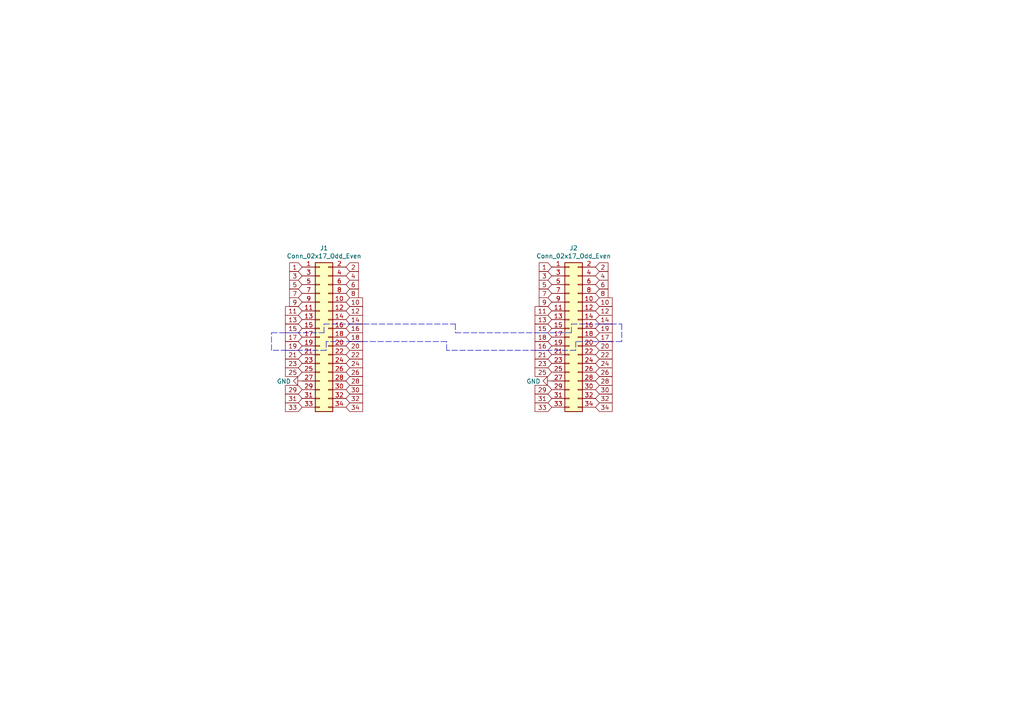
<source format=kicad_sch>
(kicad_sch (version 20211123) (generator eeschema)
  (paper "A4")
  (lib_symbols
    (symbol "Connector_Generic:Conn_02x17_Odd_Even" (pin_names (offset 1.016) hide)
      (property "Reference" "J" (at 1.27 22.86 0))
      (property "Value" "Conn_02x17_Odd_Even" (at 1.27 -22.86 0))
      (symbol "Conn_02x17_Odd_Even_1_1"
        (rectangle (start -1.27 -20.193) (end 0 -20.447) (stroke (width 0.1524)))
        (rectangle (start -1.27 -17.653) (end 0 -17.907) (stroke (width 0.1524)))
        (rectangle (start -1.27 -15.113) (end 0 -15.367) (stroke (width 0.1524)))
        (rectangle (start -1.27 -12.573) (end 0 -12.827) (stroke (width 0.1524)))
        (rectangle (start -1.27 -10.033) (end 0 -10.287) (stroke (width 0.1524)))
        (rectangle (start -1.27 -7.493) (end 0 -7.747) (stroke (width 0.1524)))
        (rectangle (start -1.27 -4.953) (end 0 -5.207) (stroke (width 0.1524)))
        (rectangle (start -1.27 -2.413) (end 0 -2.667) (stroke (width 0.1524)))
        (rectangle (start -1.27 0.127) (end 0 -0.127) (stroke (width 0.1524)))
        (rectangle (start -1.27 2.667) (end 0 2.413) (stroke (width 0.1524)))
        (rectangle (start -1.27 5.207) (end 0 4.953) (stroke (width 0.1524)))
        (rectangle (start -1.27 7.747) (end 0 7.493) (stroke (width 0.1524)))
        (rectangle (start -1.27 10.287) (end 0 10.033) (stroke (width 0.1524)))
        (rectangle (start -1.27 12.827) (end 0 12.573) (stroke (width 0.1524)))
        (rectangle (start -1.27 15.367) (end 0 15.113) (stroke (width 0.1524)))
        (rectangle (start -1.27 17.907) (end 0 17.653) (stroke (width 0.1524)))
        (rectangle (start -1.27 20.447) (end 0 20.193) (stroke (width 0.1524)))
        (rectangle (start -1.27 21.59) (end 3.81 -21.59) (stroke (width 0.254)) (fill (type background)))
        (rectangle (start 3.81 -20.193) (end 2.54 -20.447) (stroke (width 0.1524)))
        (rectangle (start 3.81 -17.653) (end 2.54 -17.907) (stroke (width 0.1524)))
        (rectangle (start 3.81 -15.113) (end 2.54 -15.367) (stroke (width 0.1524)))
        (rectangle (start 3.81 -12.573) (end 2.54 -12.827) (stroke (width 0.1524)))
        (rectangle (start 3.81 -10.033) (end 2.54 -10.287) (stroke (width 0.1524)))
        (rectangle (start 3.81 -7.493) (end 2.54 -7.747) (stroke (width 0.1524)))
        (rectangle (start 3.81 -4.953) (end 2.54 -5.207) (stroke (width 0.1524)))
        (rectangle (start 3.81 -2.413) (end 2.54 -2.667) (stroke (width 0.1524)))
        (rectangle (start 3.81 0.127) (end 2.54 -0.127) (stroke (width 0.1524)))
        (rectangle (start 3.81 2.667) (end 2.54 2.413) (stroke (width 0.1524)))
        (rectangle (start 3.81 5.207) (end 2.54 4.953) (stroke (width 0.1524)))
        (rectangle (start 3.81 7.747) (end 2.54 7.493) (stroke (width 0.1524)))
        (rectangle (start 3.81 10.287) (end 2.54 10.033) (stroke (width 0.1524)))
        (rectangle (start 3.81 12.827) (end 2.54 12.573) (stroke (width 0.1524)))
        (rectangle (start 3.81 15.367) (end 2.54 15.113) (stroke (width 0.1524)))
        (rectangle (start 3.81 17.907) (end 2.54 17.653) (stroke (width 0.1524)))
        (rectangle (start 3.81 20.447) (end 2.54 20.193) (stroke (width 0.1524)))
        (pin passive line (at -5.08 20.32 0) (length 3.81) (name "Pin_1") (number "1"))
        (pin passive line (at 7.62 10.16 180) (length 3.81) (name "Pin_10") (number "10"))
        (pin passive line (at -5.08 7.62 0) (length 3.81) (name "Pin_11") (number "11"))
        (pin passive line (at 7.62 7.62 180) (length 3.81) (name "Pin_12") (number "12"))
        (pin passive line (at -5.08 5.08 0) (length 3.81) (name "Pin_13") (number "13"))
        (pin passive line (at 7.62 5.08 180) (length 3.81) (name "Pin_14") (number "14"))
        (pin passive line (at -5.08 2.54 0) (length 3.81) (name "Pin_15") (number "15"))
        (pin passive line (at 7.62 2.54 180) (length 3.81) (name "Pin_16") (number "16"))
        (pin passive line (at -5.08 0 0) (length 3.81) (name "Pin_17") (number "17"))
        (pin passive line (at 7.62 0 180) (length 3.81) (name "Pin_18") (number "18"))
        (pin passive line (at -5.08 -2.54 0) (length 3.81) (name "Pin_19") (number "19"))
        (pin passive line (at 7.62 20.32 180) (length 3.81) (name "Pin_2") (number "2"))
        (pin passive line (at 7.62 -2.54 180) (length 3.81) (name "Pin_20") (number "20"))
        (pin passive line (at -5.08 -5.08 0) (length 3.81) (name "Pin_21") (number "21"))
        (pin passive line (at 7.62 -5.08 180) (length 3.81) (name "Pin_22") (number "22"))
        (pin passive line (at -5.08 -7.62 0) (length 3.81) (name "Pin_23") (number "23"))
        (pin passive line (at 7.62 -7.62 180) (length 3.81) (name "Pin_24") (number "24"))
        (pin passive line (at -5.08 -10.16 0) (length 3.81) (name "Pin_25") (number "25"))
        (pin passive line (at 7.62 -10.16 180) (length 3.81) (name "Pin_26") (number "26"))
        (pin passive line (at -5.08 -12.7 0) (length 3.81) (name "Pin_27") (number "27"))
        (pin passive line (at 7.62 -12.7 180) (length 3.81) (name "Pin_28") (number "28"))
        (pin passive line (at -5.08 -15.24 0) (length 3.81) (name "Pin_29") (number "29"))
        (pin passive line (at -5.08 17.78 0) (length 3.81) (name "Pin_3") (number "3"))
        (pin passive line (at 7.62 -15.24 180) (length 3.81) (name "Pin_30") (number "30"))
        (pin passive line (at -5.08 -17.78 0) (length 3.81) (name "Pin_31") (number "31"))
        (pin passive line (at 7.62 -17.78 180) (length 3.81) (name "Pin_32") (number "32"))
        (pin passive line (at -5.08 -20.32 0) (length 3.81) (name "Pin_33") (number "33"))
        (pin passive line (at 7.62 -20.32 180) (length 3.81) (name "Pin_34") (number "34"))
        (pin passive line (at 7.62 17.78 180) (length 3.81) (name "Pin_4") (number "4"))
        (pin passive line (at -5.08 15.24 0) (length 3.81) (name "Pin_5") (number "5"))
        (pin passive line (at 7.62 15.24 180) (length 3.81) (name "Pin_6") (number "6"))
        (pin passive line (at -5.08 12.7 0) (length 3.81) (name "Pin_7") (number "7"))
        (pin passive line (at 7.62 12.7 180) (length 3.81) (name "Pin_8") (number "8"))
        (pin passive line (at -5.08 10.16 0) (length 3.81) (name "Pin_9") (number "9"))
      )
    )
    (symbol "power:GND" (power) (pin_names (offset 0))
      (property "Value" "GND" (at 0 -3.81 0))
      (symbol "GND_0_1"
        (polyline (pts (xy 0 0) (xy 0 -1.27) (xy 1.27 -1.27) (xy 0 -2.54) (xy -1.27 -1.27) (xy 0 -1.27)))
      )
      (symbol "GND_1_1"
        (pin power_in line (at 0 0 270) (length 0) hide (name "GND") (number "1"))
      )
    )
  )
  (polyline (pts (xy 165.735 96.52) (xy 165.735 93.98)))
  (polyline (pts (xy 167.005 101.6) (xy 129.54 101.6)))
  (polyline (pts (xy 132.08 96.52) (xy 165.735 96.52)))
  (polyline (pts (xy 94.615 101.6) (xy 78.74 101.6)))
  (polyline (pts (xy 167.005 99.06) (xy 167.005 101.6)))
  (polyline (pts (xy 78.74 96.52) (xy 93.98 96.52)))
  (polyline (pts (xy 180.34 99.06) (xy 167.005 99.06)))
  (polyline (pts (xy 132.08 93.98) (xy 132.08 96.52)))
  (polyline (pts (xy 180.34 93.98) (xy 180.34 99.06)))
  (polyline (pts (xy 93.98 93.98) (xy 132.08 93.98)))
  (polyline (pts (xy 78.74 101.6) (xy 78.74 96.52)))
  (polyline (pts (xy 129.54 99.06) (xy 94.615 99.06)))
  (polyline (pts (xy 93.98 96.52) (xy 93.98 93.98)))
  (polyline (pts (xy 165.735 93.98) (xy 180.34 93.98)))
  (polyline (pts (xy 94.615 99.06) (xy 94.615 101.6)))
  (polyline (pts (xy 129.54 101.6) (xy 129.54 99.06)))
  (global_label "30" (shape input) (at 172.72 113.03 0) (property "Intersheet References" "${INTERSHEET_REFS}" (effects hide)))
  (global_label "10" (shape input) (at 100.33 87.63 0) (property "Intersheet References" "${INTERSHEET_REFS}" (effects hide)))
  (global_label "5" (shape input) (at 160.02 82.55 180) (property "Intersheet References" "${INTERSHEET_REFS}" (effects hide)))
  (global_label "10" (shape input) (at 172.72 87.63 0) (property "Intersheet References" "${INTERSHEET_REFS}" (effects hide)))
  (global_label "17" (shape input) (at 172.72 97.79 0) (property "Intersheet References" "${INTERSHEET_REFS}" (effects hide)))
  (global_label "1" (shape input) (at 160.02 77.47 180) (property "Intersheet References" "${INTERSHEET_REFS}" (effects hide)))
  (global_label "21" (shape input) (at 87.63 102.87 180) (property "Intersheet References" "${INTERSHEET_REFS}" (effects hide)))
  (global_label "33" (shape input) (at 160.02 118.11 180) (property "Intersheet References" "${INTERSHEET_REFS}" (effects hide)))
  (global_label "24" (shape input) (at 100.33 105.41 0) (property "Intersheet References" "${INTERSHEET_REFS}" (effects hide)))
  (global_label "14" (shape input) (at 100.33 92.71 0) (property "Intersheet References" "${INTERSHEET_REFS}" (effects hide)))
  (global_label "16" (shape input) (at 100.33 95.25 0) (property "Intersheet References" "${INTERSHEET_REFS}" (effects hide)))
  (global_label "20" (shape input) (at 100.33 100.33 0) (property "Intersheet References" "${INTERSHEET_REFS}" (effects hide)))
  (global_label "24" (shape input) (at 172.72 105.41 0) (property "Intersheet References" "${INTERSHEET_REFS}" (effects hide)))
  (global_label "4" (shape input) (at 172.72 80.01 0) (property "Intersheet References" "${INTERSHEET_REFS}" (effects hide)))
  (global_label "6" (shape input) (at 172.72 82.55 0) (property "Intersheet References" "${INTERSHEET_REFS}" (effects hide)))
  (global_label "2" (shape input) (at 100.33 77.47 0) (property "Intersheet References" "${INTERSHEET_REFS}" (effects hide)))
  (global_label "3" (shape input) (at 160.02 80.01 180) (property "Intersheet References" "${INTERSHEET_REFS}" (effects hide)))
  (global_label "5" (shape input) (at 87.63 82.55 180) (property "Intersheet References" "${INTERSHEET_REFS}" (effects hide)))
  (global_label "13" (shape input) (at 160.02 92.71 180) (property "Intersheet References" "${INTERSHEET_REFS}" (effects hide)))
  (global_label "6" (shape input) (at 100.33 82.55 0) (property "Intersheet References" "${INTERSHEET_REFS}" (effects hide)))
  (global_label "11" (shape input) (at 87.63 90.17 180) (property "Intersheet References" "${INTERSHEET_REFS}" (effects hide)))
  (global_label "22" (shape input) (at 172.72 102.87 0) (property "Intersheet References" "${INTERSHEET_REFS}" (effects hide)))
  (global_label "23" (shape input) (at 87.63 105.41 180) (property "Intersheet References" "${INTERSHEET_REFS}" (effects hide)))
  (global_label "28" (shape input) (at 172.72 110.49 0) (property "Intersheet References" "${INTERSHEET_REFS}" (effects hide)))
  (global_label "7" (shape input) (at 160.02 85.09 180) (property "Intersheet References" "${INTERSHEET_REFS}" (effects hide)))
  (global_label "29" (shape input) (at 160.02 113.03 180) (property "Intersheet References" "${INTERSHEET_REFS}" (effects hide)))
  (global_label "29" (shape input) (at 87.63 113.03 180) (property "Intersheet References" "${INTERSHEET_REFS}" (effects hide)))
  (global_label "31" (shape input) (at 87.63 115.57 180) (property "Intersheet References" "${INTERSHEET_REFS}" (effects hide)))
  (global_label "12" (shape input) (at 172.72 90.17 0) (property "Intersheet References" "${INTERSHEET_REFS}" (effects hide)))
  (global_label "32" (shape input) (at 172.72 115.57 0) (property "Intersheet References" "${INTERSHEET_REFS}" (effects hide)))
  (global_label "18" (shape input) (at 160.02 97.79 180) (property "Intersheet References" "${INTERSHEET_REFS}" (effects hide)))
  (global_label "23" (shape input) (at 160.02 105.41 180) (property "Intersheet References" "${INTERSHEET_REFS}" (effects hide)))
  (global_label "20" (shape input) (at 172.72 100.33 0) (property "Intersheet References" "${INTERSHEET_REFS}" (effects hide)))
  (global_label "15" (shape input) (at 87.63 95.25 180) (property "Intersheet References" "${INTERSHEET_REFS}" (effects hide)))
  (global_label "33" (shape input) (at 87.63 118.11 180) (property "Intersheet References" "${INTERSHEET_REFS}" (effects hide)))
  (global_label "12" (shape input) (at 100.33 90.17 0) (property "Intersheet References" "${INTERSHEET_REFS}" (effects hide)))
  (global_label "14" (shape input) (at 172.72 92.71 0) (property "Intersheet References" "${INTERSHEET_REFS}" (effects hide)))
  (global_label "8" (shape input) (at 172.72 85.09 0) (property "Intersheet References" "${INTERSHEET_REFS}" (effects hide)))
  (global_label "1" (shape input) (at 87.63 77.47 180) (property "Intersheet References" "${INTERSHEET_REFS}" (effects hide)))
  (global_label "25" (shape input) (at 160.02 107.95 180) (property "Intersheet References" "${INTERSHEET_REFS}" (effects hide)))
  (global_label "25" (shape input) (at 87.63 107.95 180) (property "Intersheet References" "${INTERSHEET_REFS}" (effects hide)))
  (global_label "26" (shape input) (at 100.33 107.95 0) (property "Intersheet References" "${INTERSHEET_REFS}" (effects hide)))
  (global_label "19" (shape input) (at 172.72 95.25 0) (property "Intersheet References" "${INTERSHEET_REFS}" (effects hide)))
  (global_label "19" (shape input) (at 87.63 100.33 180) (property "Intersheet References" "${INTERSHEET_REFS}" (effects hide)))
  (global_label "9" (shape input) (at 87.63 87.63 180) (property "Intersheet References" "${INTERSHEET_REFS}" (effects hide)))
  (global_label "26" (shape input) (at 172.72 107.95 0) (property "Intersheet References" "${INTERSHEET_REFS}" (effects hide)))
  (global_label "8" (shape input) (at 100.33 85.09 0) (property "Intersheet References" "${INTERSHEET_REFS}" (effects hide)))
  (global_label "13" (shape input) (at 87.63 92.71 180) (property "Intersheet References" "${INTERSHEET_REFS}" (effects hide)))
  (global_label "21" (shape input) (at 160.02 102.87 180) (property "Intersheet References" "${INTERSHEET_REFS}" (effects hide)))
  (global_label "9" (shape input) (at 160.02 87.63 180) (property "Intersheet References" "${INTERSHEET_REFS}" (effects hide)))
  (global_label "11" (shape input) (at 160.02 90.17 180) (property "Intersheet References" "${INTERSHEET_REFS}" (effects hide)))
  (global_label "4" (shape input) (at 100.33 80.01 0) (property "Intersheet References" "${INTERSHEET_REFS}" (effects hide)))
  (global_label "18" (shape input) (at 100.33 97.79 0) (property "Intersheet References" "${INTERSHEET_REFS}" (effects hide)))
  (global_label "22" (shape input) (at 100.33 102.87 0) (property "Intersheet References" "${INTERSHEET_REFS}" (effects hide)))
  (global_label "31" (shape input) (at 160.02 115.57 180) (property "Intersheet References" "${INTERSHEET_REFS}" (effects hide)))
  (global_label "28" (shape input) (at 100.33 110.49 0) (property "Intersheet References" "${INTERSHEET_REFS}" (effects hide)))
  (global_label "30" (shape input) (at 100.33 113.03 0) (property "Intersheet References" "${INTERSHEET_REFS}" (effects hide)))
  (global_label "2" (shape input) (at 172.72 77.47 0) (property "Intersheet References" "${INTERSHEET_REFS}" (effects hide)))
  (global_label "7" (shape input) (at 87.63 85.09 180) (property "Intersheet References" "${INTERSHEET_REFS}" (effects hide)))
  (global_label "17" (shape input) (at 87.63 97.79 180) (property "Intersheet References" "${INTERSHEET_REFS}" (effects hide)))
  (global_label "34" (shape input) (at 100.33 118.11 0) (property "Intersheet References" "${INTERSHEET_REFS}" (effects hide)))
  (global_label "34" (shape input) (at 172.72 118.11 0) (property "Intersheet References" "${INTERSHEET_REFS}" (effects hide)))
  (global_label "32" (shape input) (at 100.33 115.57 0) (property "Intersheet References" "${INTERSHEET_REFS}" (effects hide)))
  (global_label "3" (shape input) (at 87.63 80.01 180) (property "Intersheet References" "${INTERSHEET_REFS}" (effects hide)))
  (global_label "15" (shape input) (at 160.02 95.25 180) (property "Intersheet References" "${INTERSHEET_REFS}" (effects hide)))
  (global_label "16" (shape input) (at 160.02 100.33 180) (property "Intersheet References" "${INTERSHEET_REFS}" (effects hide)))
  (symbol (lib_id "Connector_Generic:Conn_02x17_Odd_Even") (at 92.71 97.79 0) (unit 1)
    (property "Reference" "J1" (at 93.98 71.9582 0))
    (property "Value" "Conn_02x17_Odd_Even" (at 93.98 74.2696 0))
    (property "Footprint" "Connector_PinSocket_2.54mm:PinSocket_2x17_P2.54mm_Vertical" (effects hide))
  )
  (symbol (lib_id "Connector_Generic:Conn_02x17_Odd_Even") (at 165.1 97.79 0) (unit 1)
    (property "Reference" "J2" (at 166.37 71.9582 0))
    (property "Value" "Conn_02x17_Odd_Even" (at 166.37 74.2696 0))
    (property "Footprint" "Connector_PinSocket_2.54mm:PinSocket_2x17_P2.54mm_Vertical" (effects hide))
  )
  (symbol (lib_id "power:GND") (at 87.63 110.49 270) (unit 1)
    (property "Reference" "#PWR0103" (effects hide))
    (property "Value" "GND" (at 84.3788 110.617 90) (effects (justify right)))
  )
  (symbol (lib_id "power:GND") (at 160.02 110.49 270) (unit 1)
    (property "Reference" "#PWR0104" (effects hide))
    (property "Value" "GND" (at 156.7688 110.617 90) (effects (justify right)))
  )
)
</source>
